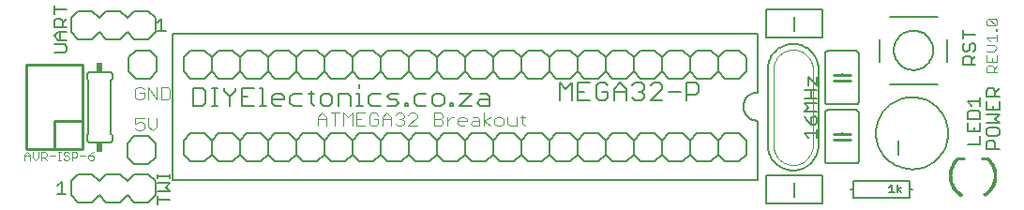
<source format=gto>
G75*
G70*
%OFA0B0*%
%FSLAX24Y24*%
%IPPOS*%
%LPD*%
%AMOC8*
5,1,8,0,0,1.08239X$1,22.5*
%
%ADD10C,0.0060*%
%ADD11C,0.0040*%
%ADD12C,0.0030*%
%ADD13C,0.0070*%
%ADD14R,0.0240X0.0340*%
%ADD15C,0.0080*%
%ADD16C,0.0050*%
%ADD17C,0.0100*%
%ADD18C,0.0010*%
%ADD19C,0.0020*%
D10*
X001860Y000760D02*
X002110Y000510D01*
X002610Y000510D01*
X002860Y000760D01*
X003110Y000510D01*
X003610Y000510D01*
X003860Y000760D01*
X004110Y000510D01*
X004610Y000510D01*
X004860Y000760D01*
X004860Y001260D01*
X004610Y001510D01*
X004110Y001510D01*
X003860Y001260D01*
X003610Y001510D01*
X003110Y001510D01*
X002860Y001260D01*
X002610Y001510D01*
X002110Y001510D01*
X001860Y001260D01*
X001860Y000760D01*
X005460Y001310D02*
X026260Y001310D01*
X026260Y003410D01*
X025610Y002960D02*
X025110Y002960D01*
X024860Y002710D01*
X024860Y002210D01*
X025110Y001960D01*
X025610Y001960D01*
X025860Y002210D01*
X025860Y002710D01*
X025610Y002960D01*
X024860Y002710D02*
X024610Y002960D01*
X024110Y002960D01*
X023860Y002710D01*
X023860Y002210D01*
X024110Y001960D01*
X024610Y001960D01*
X024860Y002210D01*
X023860Y002210D02*
X023610Y001960D01*
X023110Y001960D01*
X022860Y002210D01*
X022610Y001960D01*
X022110Y001960D01*
X021860Y002210D01*
X021610Y001960D01*
X021110Y001960D01*
X020860Y002210D01*
X020610Y001960D01*
X020110Y001960D01*
X019860Y002210D01*
X019610Y001960D01*
X019110Y001960D01*
X018860Y002210D01*
X018610Y001960D01*
X018110Y001960D01*
X017860Y002210D01*
X017610Y001960D01*
X017110Y001960D01*
X016860Y002210D01*
X016610Y001960D01*
X016110Y001960D01*
X015860Y002210D01*
X015610Y001960D01*
X015110Y001960D01*
X014860Y002210D01*
X014610Y001960D01*
X014110Y001960D01*
X013860Y002210D01*
X013610Y001960D01*
X013110Y001960D01*
X012860Y002210D01*
X012610Y001960D01*
X012110Y001960D01*
X011860Y002210D01*
X011610Y001960D01*
X011110Y001960D01*
X010860Y002210D01*
X010610Y001960D01*
X010110Y001960D01*
X009860Y002210D01*
X009610Y001960D01*
X009110Y001960D01*
X008860Y002210D01*
X008610Y001960D01*
X008110Y001960D01*
X007860Y002210D01*
X007610Y001960D01*
X007110Y001960D01*
X006860Y002210D01*
X006610Y001960D01*
X006110Y001960D01*
X005860Y002210D01*
X005860Y002710D01*
X006110Y002960D01*
X006610Y002960D01*
X006860Y002710D01*
X007110Y002960D01*
X007610Y002960D01*
X007860Y002710D01*
X007860Y002210D01*
X006860Y002210D02*
X006860Y002710D01*
X007860Y002710D02*
X008110Y002960D01*
X008610Y002960D01*
X008860Y002710D01*
X009110Y002960D01*
X009610Y002960D01*
X009860Y002710D01*
X010110Y002960D01*
X010610Y002960D01*
X010860Y002710D01*
X010860Y002210D01*
X009860Y002210D02*
X009860Y002710D01*
X008860Y002710D02*
X008860Y002210D01*
X010860Y002710D02*
X011110Y002960D01*
X011610Y002960D01*
X011860Y002710D01*
X012110Y002960D01*
X012610Y002960D01*
X012860Y002710D01*
X013110Y002960D01*
X013610Y002960D01*
X013860Y002710D01*
X013860Y002210D01*
X012860Y002210D02*
X012860Y002710D01*
X011860Y002710D02*
X011860Y002210D01*
X013860Y002710D02*
X014110Y002960D01*
X014610Y002960D01*
X014860Y002710D01*
X015110Y002960D01*
X015610Y002960D01*
X015860Y002710D01*
X016110Y002960D01*
X016610Y002960D01*
X016860Y002710D01*
X016860Y002210D01*
X015860Y002210D02*
X015860Y002710D01*
X014860Y002710D02*
X014860Y002210D01*
X016860Y002710D02*
X017110Y002960D01*
X017610Y002960D01*
X017860Y002710D01*
X018110Y002960D01*
X018610Y002960D01*
X018860Y002710D01*
X019110Y002960D01*
X019610Y002960D01*
X019860Y002710D01*
X019860Y002210D01*
X018860Y002210D02*
X018860Y002710D01*
X017860Y002710D02*
X017860Y002210D01*
X019860Y002710D02*
X020110Y002960D01*
X020610Y002960D01*
X020860Y002710D01*
X021110Y002960D01*
X021610Y002960D01*
X021860Y002710D01*
X022110Y002960D01*
X022610Y002960D01*
X022860Y002710D01*
X022860Y002210D01*
X021860Y002210D02*
X021860Y002710D01*
X020860Y002710D02*
X020860Y002210D01*
X022860Y002710D02*
X023110Y002960D01*
X023610Y002960D01*
X023860Y002710D01*
X026635Y002535D02*
X026635Y005235D01*
X025860Y005160D02*
X025610Y004910D01*
X025110Y004910D01*
X024860Y005160D01*
X024610Y004910D01*
X024110Y004910D01*
X023860Y005160D01*
X023860Y005660D01*
X024110Y005910D01*
X024610Y005910D01*
X024860Y005660D01*
X025110Y005910D01*
X025610Y005910D01*
X025860Y005660D01*
X025860Y005160D01*
X024860Y005160D02*
X024860Y005660D01*
X023860Y005660D02*
X023610Y005910D01*
X023110Y005910D01*
X022860Y005660D01*
X022610Y005910D01*
X022110Y005910D01*
X021860Y005660D01*
X021610Y005910D01*
X021110Y005910D01*
X020860Y005660D01*
X020860Y005160D01*
X021110Y004910D01*
X021610Y004910D01*
X021860Y005160D01*
X021860Y005660D01*
X020860Y005660D02*
X020610Y005910D01*
X020110Y005910D01*
X019860Y005660D01*
X019610Y005910D01*
X019110Y005910D01*
X018860Y005660D01*
X018610Y005910D01*
X018110Y005910D01*
X017860Y005660D01*
X017860Y005160D01*
X018110Y004910D01*
X018610Y004910D01*
X018860Y005160D01*
X018860Y005660D01*
X017860Y005660D02*
X017610Y005910D01*
X017110Y005910D01*
X016860Y005660D01*
X016610Y005910D01*
X016110Y005910D01*
X015860Y005660D01*
X015610Y005910D01*
X015110Y005910D01*
X014860Y005660D01*
X014860Y005160D01*
X015110Y004910D01*
X015610Y004910D01*
X015860Y005160D01*
X015860Y005660D01*
X014860Y005660D02*
X014610Y005910D01*
X014110Y005910D01*
X013860Y005660D01*
X013610Y005910D01*
X013110Y005910D01*
X012860Y005660D01*
X012610Y005910D01*
X012110Y005910D01*
X011860Y005660D01*
X011860Y005160D01*
X012110Y004910D01*
X012610Y004910D01*
X012860Y005160D01*
X012860Y005660D01*
X011860Y005660D02*
X011610Y005910D01*
X011110Y005910D01*
X010860Y005660D01*
X010610Y005910D01*
X010110Y005910D01*
X009860Y005660D01*
X009610Y005910D01*
X009110Y005910D01*
X008860Y005660D01*
X008860Y005160D01*
X009110Y004910D01*
X009610Y004910D01*
X009860Y005160D01*
X009860Y005660D01*
X008860Y005660D02*
X008610Y005910D01*
X008110Y005910D01*
X007860Y005660D01*
X007610Y005910D01*
X007110Y005910D01*
X006860Y005660D01*
X006610Y005910D01*
X006110Y005910D01*
X005860Y005660D01*
X005860Y005160D01*
X006110Y004910D01*
X006610Y004910D01*
X006860Y005160D01*
X006860Y005660D01*
X007860Y005660D02*
X007860Y005160D01*
X007610Y004910D01*
X007110Y004910D01*
X006860Y005160D01*
X007860Y005160D02*
X008110Y004910D01*
X008610Y004910D01*
X008860Y005160D01*
X009860Y005160D02*
X010110Y004910D01*
X010610Y004910D01*
X010860Y005160D01*
X010860Y005660D01*
X010860Y005160D02*
X011110Y004910D01*
X011610Y004910D01*
X011860Y005160D01*
X012860Y005160D02*
X013110Y004910D01*
X013610Y004910D01*
X013860Y005160D01*
X013860Y005660D01*
X013860Y005160D02*
X014110Y004910D01*
X014610Y004910D01*
X014860Y005160D01*
X015860Y005160D02*
X016110Y004910D01*
X016610Y004910D01*
X016860Y005160D01*
X016860Y005660D01*
X016860Y005160D02*
X017110Y004910D01*
X017610Y004910D01*
X017860Y005160D01*
X018860Y005160D02*
X019110Y004910D01*
X019610Y004910D01*
X019860Y005160D01*
X019860Y005660D01*
X019860Y005160D02*
X020110Y004910D01*
X020610Y004910D01*
X020860Y005160D01*
X021860Y005160D02*
X022110Y004910D01*
X022610Y004910D01*
X022860Y005160D01*
X022860Y005660D01*
X022860Y005160D02*
X023110Y004910D01*
X023610Y004910D01*
X023860Y005160D01*
X026260Y004410D02*
X026260Y006510D01*
X005460Y006510D01*
X005460Y001310D01*
X004860Y002110D02*
X004610Y001860D01*
X004110Y001860D01*
X003860Y002110D01*
X003860Y002610D01*
X004110Y002860D01*
X004610Y002860D01*
X004860Y002610D01*
X004860Y002110D01*
X003235Y002640D02*
X002535Y002640D01*
X002518Y002642D01*
X002501Y002646D01*
X002485Y002653D01*
X002471Y002663D01*
X002458Y002676D01*
X002448Y002690D01*
X002441Y002706D01*
X002437Y002723D01*
X002435Y002740D01*
X002435Y002890D01*
X002485Y002940D01*
X002485Y004840D01*
X002435Y004890D01*
X002435Y005040D01*
X002437Y005057D01*
X002441Y005074D01*
X002448Y005090D01*
X002458Y005104D01*
X002471Y005117D01*
X002485Y005127D01*
X002501Y005134D01*
X002518Y005138D01*
X002535Y005140D01*
X003235Y005140D01*
X003252Y005138D01*
X003269Y005134D01*
X003285Y005127D01*
X003299Y005117D01*
X003312Y005104D01*
X003322Y005090D01*
X003329Y005074D01*
X003333Y005057D01*
X003335Y005040D01*
X003335Y004890D01*
X003285Y004840D01*
X003285Y002940D01*
X003335Y002890D01*
X003335Y002740D01*
X003333Y002723D01*
X003329Y002706D01*
X003322Y002690D01*
X003312Y002676D01*
X003299Y002663D01*
X003285Y002653D01*
X003269Y002646D01*
X003252Y002642D01*
X003235Y002640D01*
X006215Y003940D02*
X006536Y003940D01*
X006642Y004047D01*
X006642Y004474D01*
X006536Y004581D01*
X006215Y004581D01*
X006215Y003940D01*
X006860Y003940D02*
X007073Y003940D01*
X006967Y003940D02*
X006967Y004581D01*
X007073Y004581D02*
X006860Y004581D01*
X007290Y004581D02*
X007290Y004474D01*
X007503Y004260D01*
X007503Y003940D01*
X007934Y003940D02*
X008361Y003940D01*
X008579Y003940D02*
X008792Y003940D01*
X008685Y003940D02*
X008685Y004581D01*
X008579Y004581D01*
X008361Y004581D02*
X007934Y004581D01*
X007934Y003940D01*
X009008Y004047D02*
X009115Y003940D01*
X009329Y003940D01*
X009008Y004047D02*
X009008Y004260D01*
X009115Y004367D01*
X009329Y004367D01*
X009435Y004260D01*
X009435Y004154D01*
X009008Y004154D01*
X009653Y004260D02*
X009653Y004047D01*
X009760Y003940D01*
X010080Y003940D01*
X010404Y004047D02*
X010511Y003940D01*
X010404Y004047D02*
X010404Y004474D01*
X010297Y004367D02*
X010511Y004367D01*
X010727Y004260D02*
X010834Y004367D01*
X011047Y004367D01*
X011154Y004260D01*
X011154Y004047D01*
X011047Y003940D01*
X010834Y003940D01*
X010727Y004047D01*
X010727Y004260D01*
X011372Y004367D02*
X011692Y004367D01*
X011799Y004260D01*
X011799Y003940D01*
X012016Y003940D02*
X012230Y003940D01*
X012123Y003940D02*
X012123Y004367D01*
X012016Y004367D01*
X012446Y004260D02*
X012553Y004367D01*
X012873Y004367D01*
X013091Y004260D02*
X013197Y004367D01*
X013518Y004367D01*
X013197Y004154D02*
X013091Y004260D01*
X013197Y004154D02*
X013411Y004154D01*
X013518Y004047D01*
X013411Y003940D01*
X013091Y003940D01*
X012873Y003940D02*
X012553Y003940D01*
X012446Y004047D01*
X012446Y004260D01*
X011372Y004367D02*
X011372Y003940D01*
X009760Y004367D02*
X009653Y004260D01*
X009760Y004367D02*
X010080Y004367D01*
X008148Y004260D02*
X007934Y004260D01*
X007717Y004474D02*
X007503Y004260D01*
X007717Y004474D02*
X007717Y004581D01*
X004910Y005160D02*
X004660Y004910D01*
X004160Y004910D01*
X003910Y005160D01*
X003910Y005660D01*
X004160Y005910D01*
X004660Y005910D01*
X004910Y005660D01*
X004910Y005160D01*
X004610Y006310D02*
X004110Y006310D01*
X003860Y006560D01*
X003610Y006310D01*
X003110Y006310D01*
X002860Y006560D01*
X002610Y006310D01*
X002110Y006310D01*
X001860Y006560D01*
X001860Y007060D01*
X002110Y007310D01*
X002610Y007310D01*
X002860Y007060D01*
X003110Y007310D01*
X003610Y007310D01*
X003860Y007060D01*
X004110Y007310D01*
X004610Y007310D01*
X004860Y007060D01*
X004860Y006560D01*
X004610Y006310D01*
X012123Y004687D02*
X012123Y004581D01*
X014057Y004260D02*
X014057Y004047D01*
X014164Y003940D01*
X014484Y003940D01*
X014702Y004047D02*
X014809Y003940D01*
X015022Y003940D01*
X015129Y004047D01*
X015129Y004260D01*
X015022Y004367D01*
X014809Y004367D01*
X014702Y004260D01*
X014702Y004047D01*
X014164Y004367D02*
X014057Y004260D01*
X014164Y004367D02*
X014484Y004367D01*
X015669Y004367D02*
X016096Y004367D01*
X015669Y003940D01*
X016096Y003940D01*
X016313Y004047D02*
X016420Y004154D01*
X016740Y004154D01*
X016740Y004260D02*
X016740Y003940D01*
X016420Y003940D01*
X016313Y004047D01*
X016634Y004367D02*
X016740Y004260D01*
X016634Y004367D02*
X016420Y004367D01*
X015453Y004047D02*
X015453Y003940D01*
X015346Y003940D01*
X015346Y004047D01*
X015453Y004047D01*
X013842Y004047D02*
X013842Y003940D01*
X013735Y003940D01*
X013735Y004047D01*
X013842Y004047D01*
X026260Y004410D02*
X026216Y004408D01*
X026173Y004402D01*
X026131Y004393D01*
X026089Y004380D01*
X026049Y004363D01*
X026010Y004343D01*
X025973Y004320D01*
X025939Y004293D01*
X025906Y004264D01*
X025877Y004231D01*
X025850Y004197D01*
X025827Y004160D01*
X025807Y004121D01*
X025790Y004081D01*
X025777Y004039D01*
X025768Y003997D01*
X025762Y003954D01*
X025760Y003910D01*
X025762Y003866D01*
X025768Y003823D01*
X025777Y003781D01*
X025790Y003739D01*
X025807Y003699D01*
X025827Y003660D01*
X025850Y003623D01*
X025877Y003589D01*
X025906Y003556D01*
X025939Y003527D01*
X025973Y003500D01*
X026010Y003477D01*
X026049Y003457D01*
X026089Y003440D01*
X026131Y003427D01*
X026173Y003418D01*
X026216Y003412D01*
X026260Y003410D01*
X028660Y003685D02*
X028660Y001985D01*
X028662Y001968D01*
X028666Y001951D01*
X028673Y001935D01*
X028683Y001921D01*
X028696Y001908D01*
X028710Y001898D01*
X028726Y001891D01*
X028743Y001887D01*
X028760Y001885D01*
X029760Y001885D01*
X029777Y001887D01*
X029794Y001891D01*
X029810Y001898D01*
X029824Y001908D01*
X029837Y001921D01*
X029847Y001935D01*
X029854Y001951D01*
X029858Y001968D01*
X029860Y001985D01*
X029860Y003685D01*
X029858Y003702D01*
X029854Y003719D01*
X029847Y003735D01*
X029837Y003749D01*
X029824Y003762D01*
X029810Y003772D01*
X029794Y003779D01*
X029777Y003783D01*
X029760Y003785D01*
X028760Y003785D01*
X028743Y003783D01*
X028726Y003779D01*
X028710Y003772D01*
X028696Y003762D01*
X028683Y003749D01*
X028673Y003735D01*
X028666Y003719D01*
X028662Y003702D01*
X028660Y003685D01*
X028760Y003985D02*
X029760Y003985D01*
X029777Y003987D01*
X029794Y003991D01*
X029810Y003998D01*
X029824Y004008D01*
X029837Y004021D01*
X029847Y004035D01*
X029854Y004051D01*
X029858Y004068D01*
X029860Y004085D01*
X029860Y005785D01*
X029858Y005802D01*
X029854Y005819D01*
X029847Y005835D01*
X029837Y005849D01*
X029824Y005862D01*
X029810Y005872D01*
X029794Y005879D01*
X029777Y005883D01*
X029760Y005885D01*
X028760Y005885D01*
X028743Y005883D01*
X028726Y005879D01*
X028710Y005872D01*
X028696Y005862D01*
X028683Y005849D01*
X028673Y005835D01*
X028666Y005819D01*
X028662Y005802D01*
X028660Y005785D01*
X028660Y004085D01*
X028662Y004068D01*
X028666Y004051D01*
X028673Y004035D01*
X028683Y004021D01*
X028696Y004008D01*
X028710Y003998D01*
X028726Y003991D01*
X028743Y003987D01*
X028760Y003985D01*
X029260Y004785D02*
X029260Y004835D01*
X029260Y005035D02*
X029260Y005085D01*
X028435Y005235D02*
X028435Y002535D01*
X029260Y002685D02*
X029260Y002735D01*
X029260Y002935D02*
X029260Y002985D01*
X028435Y002535D02*
X028433Y002476D01*
X028427Y002418D01*
X028418Y002359D01*
X028404Y002302D01*
X028387Y002246D01*
X028366Y002191D01*
X028342Y002137D01*
X028314Y002085D01*
X028283Y002035D01*
X028249Y001987D01*
X028212Y001942D01*
X028171Y001899D01*
X028128Y001858D01*
X028083Y001821D01*
X028035Y001787D01*
X027985Y001756D01*
X027933Y001728D01*
X027879Y001704D01*
X027824Y001683D01*
X027768Y001666D01*
X027711Y001652D01*
X027652Y001643D01*
X027594Y001637D01*
X027535Y001635D01*
X027476Y001637D01*
X027418Y001643D01*
X027359Y001652D01*
X027302Y001666D01*
X027246Y001683D01*
X027191Y001704D01*
X027137Y001728D01*
X027085Y001756D01*
X027035Y001787D01*
X026987Y001821D01*
X026942Y001858D01*
X026899Y001899D01*
X026858Y001942D01*
X026821Y001987D01*
X026787Y002035D01*
X026756Y002085D01*
X026728Y002137D01*
X026704Y002191D01*
X026683Y002246D01*
X026666Y002302D01*
X026652Y002359D01*
X026643Y002418D01*
X026637Y002476D01*
X026635Y002535D01*
X026635Y005235D02*
X026637Y005294D01*
X026643Y005352D01*
X026652Y005411D01*
X026666Y005468D01*
X026683Y005524D01*
X026704Y005579D01*
X026728Y005633D01*
X026756Y005685D01*
X026787Y005735D01*
X026821Y005783D01*
X026858Y005828D01*
X026899Y005871D01*
X026942Y005912D01*
X026987Y005949D01*
X027035Y005983D01*
X027085Y006014D01*
X027137Y006042D01*
X027191Y006066D01*
X027246Y006087D01*
X027302Y006104D01*
X027359Y006118D01*
X027418Y006127D01*
X027476Y006133D01*
X027535Y006135D01*
X027594Y006133D01*
X027652Y006127D01*
X027711Y006118D01*
X027768Y006104D01*
X027824Y006087D01*
X027879Y006066D01*
X027933Y006042D01*
X027985Y006014D01*
X028035Y005983D01*
X028083Y005949D01*
X028128Y005912D01*
X028171Y005871D01*
X028212Y005828D01*
X028249Y005783D01*
X028283Y005735D01*
X028314Y005685D01*
X028342Y005633D01*
X028366Y005579D01*
X028387Y005524D01*
X028404Y005468D01*
X028418Y005411D01*
X028427Y005352D01*
X028433Y005294D01*
X028435Y005235D01*
D11*
X017997Y003537D02*
X017843Y003537D01*
X017920Y003614D02*
X017920Y003307D01*
X017997Y003230D01*
X017690Y003230D02*
X017690Y003537D01*
X017383Y003537D02*
X017383Y003307D01*
X017459Y003230D01*
X017690Y003230D01*
X017229Y003307D02*
X017153Y003230D01*
X016999Y003230D01*
X016922Y003307D01*
X016922Y003460D01*
X016999Y003537D01*
X017153Y003537D01*
X017229Y003460D01*
X017229Y003307D01*
X016769Y003230D02*
X016539Y003383D01*
X016769Y003537D01*
X016385Y003460D02*
X016385Y003230D01*
X016155Y003230D01*
X016078Y003307D01*
X016155Y003383D01*
X016385Y003383D01*
X016385Y003460D02*
X016308Y003537D01*
X016155Y003537D01*
X015925Y003460D02*
X015925Y003383D01*
X015618Y003383D01*
X015618Y003307D02*
X015618Y003460D01*
X015695Y003537D01*
X015848Y003537D01*
X015925Y003460D01*
X015695Y003230D02*
X015618Y003307D01*
X015695Y003230D02*
X015848Y003230D01*
X015234Y003230D02*
X015234Y003537D01*
X015081Y003537D02*
X015004Y003460D01*
X014774Y003460D01*
X015004Y003460D02*
X015081Y003383D01*
X015081Y003307D01*
X015004Y003230D01*
X014774Y003230D01*
X014774Y003690D01*
X015004Y003690D01*
X015081Y003614D01*
X015081Y003537D01*
X015234Y003383D02*
X015388Y003537D01*
X015464Y003537D01*
X016539Y003690D02*
X016539Y003230D01*
X014160Y003230D02*
X013853Y003230D01*
X014160Y003537D01*
X014160Y003614D01*
X014083Y003690D01*
X013930Y003690D01*
X013853Y003614D01*
X013700Y003614D02*
X013700Y003537D01*
X013623Y003460D01*
X013700Y003383D01*
X013700Y003307D01*
X013623Y003230D01*
X013469Y003230D01*
X013393Y003307D01*
X013239Y003230D02*
X013239Y003537D01*
X013086Y003690D01*
X012932Y003537D01*
X012932Y003230D01*
X012779Y003307D02*
X012779Y003460D01*
X012625Y003460D01*
X012932Y003460D02*
X013239Y003460D01*
X013546Y003460D02*
X013623Y003460D01*
X013700Y003614D02*
X013623Y003690D01*
X013469Y003690D01*
X013393Y003614D01*
X012779Y003614D02*
X012702Y003690D01*
X012549Y003690D01*
X012472Y003614D01*
X012472Y003307D01*
X012549Y003230D01*
X012702Y003230D01*
X012779Y003307D01*
X012318Y003230D02*
X012011Y003230D01*
X012011Y003690D01*
X012318Y003690D01*
X011858Y003690D02*
X011858Y003230D01*
X011551Y003230D02*
X011551Y003690D01*
X011705Y003537D01*
X011858Y003690D01*
X011398Y003690D02*
X011091Y003690D01*
X011244Y003690D02*
X011244Y003230D01*
X010937Y003230D02*
X010937Y003537D01*
X010784Y003690D01*
X010630Y003537D01*
X010630Y003230D01*
X010630Y003460D02*
X010937Y003460D01*
X012011Y003460D02*
X012165Y003460D01*
X005383Y004232D02*
X005306Y004155D01*
X005076Y004155D01*
X005076Y004615D01*
X005306Y004615D01*
X005383Y004539D01*
X005383Y004232D01*
X004923Y004155D02*
X004923Y004615D01*
X004616Y004615D02*
X004923Y004155D01*
X004616Y004155D02*
X004616Y004615D01*
X004462Y004539D02*
X004386Y004615D01*
X004232Y004615D01*
X004155Y004539D01*
X004155Y004232D01*
X004232Y004155D01*
X004386Y004155D01*
X004462Y004232D01*
X004462Y004385D01*
X004309Y004385D01*
X004462Y003515D02*
X004155Y003515D01*
X004155Y003285D01*
X004309Y003362D01*
X004386Y003362D01*
X004462Y003285D01*
X004462Y003132D01*
X004386Y003055D01*
X004232Y003055D01*
X004155Y003132D01*
X004616Y003208D02*
X004769Y003055D01*
X004923Y003208D01*
X004923Y003515D01*
X004616Y003515D02*
X004616Y003208D01*
D12*
X002674Y002295D02*
X002577Y002247D01*
X002481Y002150D01*
X002626Y002150D01*
X002674Y002102D01*
X002674Y002053D01*
X002626Y002005D01*
X002529Y002005D01*
X002481Y002053D01*
X002481Y002150D01*
X002380Y002150D02*
X002186Y002150D01*
X002085Y002150D02*
X002036Y002102D01*
X001891Y002102D01*
X001891Y002005D02*
X001891Y002295D01*
X002036Y002295D01*
X002085Y002247D01*
X002085Y002150D01*
X001790Y002102D02*
X001790Y002053D01*
X001742Y002005D01*
X001645Y002005D01*
X001597Y002053D01*
X001497Y002005D02*
X001400Y002005D01*
X001449Y002005D02*
X001449Y002295D01*
X001497Y002295D02*
X001400Y002295D01*
X001299Y002150D02*
X001106Y002150D01*
X001004Y002150D02*
X000956Y002102D01*
X000811Y002102D01*
X000908Y002102D02*
X001004Y002005D01*
X000811Y002005D02*
X000811Y002295D01*
X000956Y002295D01*
X001004Y002247D01*
X001004Y002150D01*
X000710Y002102D02*
X000710Y002295D01*
X000516Y002295D02*
X000516Y002102D01*
X000613Y002005D01*
X000710Y002102D01*
X000415Y002150D02*
X000222Y002150D01*
X000222Y002198D02*
X000318Y002295D01*
X000415Y002198D01*
X000415Y002005D01*
X000222Y002005D02*
X000222Y002198D01*
X001597Y002198D02*
X001645Y002150D01*
X001742Y002150D01*
X001790Y002102D01*
X001597Y002198D02*
X001597Y002247D01*
X001645Y002295D01*
X001742Y002295D01*
X001790Y002247D01*
X034415Y005125D02*
X034415Y005310D01*
X034477Y005372D01*
X034600Y005372D01*
X034662Y005310D01*
X034662Y005125D01*
X034785Y005125D02*
X034415Y005125D01*
X034662Y005248D02*
X034785Y005372D01*
X034785Y005493D02*
X034415Y005493D01*
X034415Y005740D01*
X034415Y005862D02*
X034662Y005862D01*
X034785Y005985D01*
X034662Y006109D01*
X034415Y006109D01*
X034538Y006230D02*
X034415Y006353D01*
X034785Y006353D01*
X034785Y006230D02*
X034785Y006477D01*
X034785Y006598D02*
X034785Y006660D01*
X034724Y006660D01*
X034724Y006598D01*
X034785Y006598D01*
X034724Y006782D02*
X034477Y006782D01*
X034415Y006844D01*
X034415Y006968D01*
X034477Y007029D01*
X034724Y006782D01*
X034785Y006844D01*
X034785Y006968D01*
X034724Y007029D01*
X034477Y007029D01*
X034785Y005740D02*
X034785Y005493D01*
X034600Y005493D02*
X034600Y005617D01*
D13*
X024171Y004650D02*
X024171Y004440D01*
X024066Y004335D01*
X023751Y004335D01*
X023527Y004440D02*
X023106Y004440D01*
X022882Y004545D02*
X022882Y004650D01*
X022777Y004756D01*
X022567Y004756D01*
X022462Y004650D01*
X022237Y004650D02*
X022237Y004545D01*
X022132Y004440D01*
X022237Y004335D01*
X022237Y004230D01*
X022132Y004125D01*
X021922Y004125D01*
X021817Y004230D01*
X021593Y004125D02*
X021593Y004545D01*
X021383Y004756D01*
X021173Y004545D01*
X021173Y004125D01*
X020948Y004230D02*
X020843Y004125D01*
X020633Y004125D01*
X020528Y004230D01*
X020528Y004650D01*
X020633Y004756D01*
X020843Y004756D01*
X020948Y004650D01*
X020304Y004756D02*
X019883Y004756D01*
X019883Y004125D01*
X020304Y004125D01*
X019659Y004125D02*
X019659Y004756D01*
X019449Y004545D01*
X019239Y004756D01*
X019239Y004125D01*
X019883Y004440D02*
X020094Y004440D01*
X020738Y004440D02*
X020948Y004440D01*
X020948Y004230D01*
X021173Y004440D02*
X021593Y004440D01*
X022027Y004440D02*
X022132Y004440D01*
X022462Y004125D02*
X022882Y004545D01*
X022237Y004650D02*
X022132Y004756D01*
X021922Y004756D01*
X021817Y004650D01*
X023751Y004756D02*
X024066Y004756D01*
X024171Y004650D01*
X023751Y004756D02*
X023751Y004125D01*
X022882Y004125D02*
X022462Y004125D01*
D14*
X002885Y005310D03*
X002885Y002470D03*
D15*
X026560Y001460D02*
X026560Y000460D01*
X028560Y000460D01*
X028560Y001460D01*
X026560Y001460D01*
X027560Y001210D02*
X027560Y000710D01*
X029560Y000960D02*
X029660Y000960D01*
X029660Y001260D01*
X031660Y001260D01*
X031660Y000960D01*
X031760Y000960D01*
X031660Y000960D02*
X031660Y000660D01*
X029660Y000660D01*
X029660Y000960D01*
X031260Y002210D02*
X031260Y002710D01*
X030480Y002960D02*
X030482Y003031D01*
X030488Y003102D01*
X030498Y003173D01*
X030512Y003242D01*
X030529Y003311D01*
X030551Y003379D01*
X030576Y003446D01*
X030605Y003511D01*
X030637Y003574D01*
X030673Y003636D01*
X030712Y003695D01*
X030755Y003752D01*
X030800Y003807D01*
X030849Y003859D01*
X030900Y003908D01*
X030954Y003954D01*
X031011Y003998D01*
X031069Y004038D01*
X031130Y004074D01*
X031193Y004108D01*
X031258Y004137D01*
X031324Y004163D01*
X031392Y004186D01*
X031460Y004204D01*
X031530Y004219D01*
X031600Y004230D01*
X031671Y004237D01*
X031742Y004240D01*
X031813Y004239D01*
X031884Y004234D01*
X031955Y004225D01*
X032025Y004212D01*
X032094Y004196D01*
X032162Y004175D01*
X032229Y004151D01*
X032295Y004123D01*
X032358Y004091D01*
X032420Y004056D01*
X032480Y004018D01*
X032538Y003976D01*
X032593Y003932D01*
X032646Y003884D01*
X032696Y003833D01*
X032743Y003780D01*
X032787Y003724D01*
X032828Y003666D01*
X032866Y003605D01*
X032900Y003543D01*
X032930Y003478D01*
X032957Y003413D01*
X032981Y003345D01*
X033000Y003277D01*
X033016Y003208D01*
X033028Y003137D01*
X033036Y003067D01*
X033040Y002996D01*
X033040Y002924D01*
X033036Y002853D01*
X033028Y002783D01*
X033016Y002712D01*
X033000Y002643D01*
X032981Y002575D01*
X032957Y002507D01*
X032930Y002442D01*
X032900Y002377D01*
X032866Y002315D01*
X032828Y002254D01*
X032787Y002196D01*
X032743Y002140D01*
X032696Y002087D01*
X032646Y002036D01*
X032593Y001988D01*
X032538Y001944D01*
X032480Y001902D01*
X032420Y001864D01*
X032358Y001829D01*
X032295Y001797D01*
X032229Y001769D01*
X032162Y001745D01*
X032094Y001724D01*
X032025Y001708D01*
X031955Y001695D01*
X031884Y001686D01*
X031813Y001681D01*
X031742Y001680D01*
X031671Y001683D01*
X031600Y001690D01*
X031530Y001701D01*
X031460Y001716D01*
X031392Y001734D01*
X031324Y001757D01*
X031258Y001783D01*
X031193Y001812D01*
X031130Y001846D01*
X031069Y001882D01*
X031011Y001922D01*
X030954Y001966D01*
X030900Y002012D01*
X030849Y002061D01*
X030800Y002113D01*
X030755Y002168D01*
X030712Y002225D01*
X030673Y002284D01*
X030637Y002346D01*
X030605Y002409D01*
X030576Y002474D01*
X030551Y002541D01*
X030529Y002609D01*
X030512Y002678D01*
X030498Y002747D01*
X030488Y002818D01*
X030482Y002889D01*
X030480Y002960D01*
X030960Y004710D02*
X032660Y004710D01*
X033010Y005510D02*
X033010Y006303D01*
X031110Y005910D02*
X031112Y005962D01*
X031118Y006014D01*
X031128Y006066D01*
X031141Y006116D01*
X031158Y006166D01*
X031179Y006214D01*
X031204Y006260D01*
X031232Y006304D01*
X031263Y006346D01*
X031297Y006386D01*
X031334Y006423D01*
X031374Y006457D01*
X031416Y006488D01*
X031460Y006516D01*
X031506Y006541D01*
X031554Y006562D01*
X031604Y006579D01*
X031654Y006592D01*
X031706Y006602D01*
X031758Y006608D01*
X031810Y006610D01*
X031862Y006608D01*
X031914Y006602D01*
X031966Y006592D01*
X032016Y006579D01*
X032066Y006562D01*
X032114Y006541D01*
X032160Y006516D01*
X032204Y006488D01*
X032246Y006457D01*
X032286Y006423D01*
X032323Y006386D01*
X032357Y006346D01*
X032388Y006304D01*
X032416Y006260D01*
X032441Y006214D01*
X032462Y006166D01*
X032479Y006116D01*
X032492Y006066D01*
X032502Y006014D01*
X032508Y005962D01*
X032510Y005910D01*
X032508Y005858D01*
X032502Y005806D01*
X032492Y005754D01*
X032479Y005704D01*
X032462Y005654D01*
X032441Y005606D01*
X032416Y005560D01*
X032388Y005516D01*
X032357Y005474D01*
X032323Y005434D01*
X032286Y005397D01*
X032246Y005363D01*
X032204Y005332D01*
X032160Y005304D01*
X032114Y005279D01*
X032066Y005258D01*
X032016Y005241D01*
X031966Y005228D01*
X031914Y005218D01*
X031862Y005212D01*
X031810Y005210D01*
X031758Y005212D01*
X031706Y005218D01*
X031654Y005228D01*
X031604Y005241D01*
X031554Y005258D01*
X031506Y005279D01*
X031460Y005304D01*
X031416Y005332D01*
X031374Y005363D01*
X031334Y005397D01*
X031297Y005434D01*
X031263Y005474D01*
X031232Y005516D01*
X031204Y005560D01*
X031179Y005606D01*
X031158Y005654D01*
X031141Y005704D01*
X031128Y005754D01*
X031118Y005806D01*
X031112Y005858D01*
X031110Y005910D01*
X030610Y005510D02*
X030610Y006315D01*
X028560Y006360D02*
X028560Y007360D01*
X026560Y007360D01*
X026560Y006360D01*
X028560Y006360D01*
X027560Y006610D02*
X027560Y007110D01*
X030960Y007110D02*
X032660Y007110D01*
D16*
X033565Y006631D02*
X033565Y006331D01*
X033565Y006481D02*
X034015Y006481D01*
X033940Y006171D02*
X033865Y006171D01*
X033790Y006096D01*
X033790Y005945D01*
X033715Y005870D01*
X033640Y005870D01*
X033565Y005945D01*
X033565Y006096D01*
X033640Y006171D01*
X033940Y006171D02*
X034015Y006096D01*
X034015Y005945D01*
X033940Y005870D01*
X034015Y005710D02*
X033865Y005560D01*
X033865Y005635D02*
X033865Y005410D01*
X034015Y005410D02*
X033565Y005410D01*
X033565Y005635D01*
X033640Y005710D01*
X033790Y005710D01*
X033865Y005635D01*
X034485Y004552D02*
X034635Y004552D01*
X034710Y004477D01*
X034710Y004252D01*
X034860Y004252D02*
X034410Y004252D01*
X034410Y004477D01*
X034485Y004552D01*
X034710Y004402D02*
X034860Y004552D01*
X034185Y004241D02*
X034185Y003941D01*
X033885Y003941D02*
X033735Y004091D01*
X034185Y004091D01*
X034410Y004091D02*
X034410Y003791D01*
X034860Y003791D01*
X034860Y004091D01*
X034635Y003941D02*
X034635Y003791D01*
X034860Y003631D02*
X034410Y003631D01*
X034185Y003706D02*
X034110Y003781D01*
X033810Y003781D01*
X033735Y003706D01*
X033735Y003481D01*
X034185Y003481D01*
X034185Y003706D01*
X034710Y003481D02*
X034860Y003631D01*
X034710Y003481D02*
X034860Y003331D01*
X034410Y003331D01*
X034185Y003321D02*
X034185Y003020D01*
X033735Y003020D01*
X033735Y003321D01*
X033960Y003171D02*
X033960Y003020D01*
X034410Y002945D02*
X034485Y002870D01*
X034785Y002870D01*
X034860Y002945D01*
X034860Y003096D01*
X034785Y003171D01*
X034485Y003171D01*
X034410Y003096D01*
X034410Y002945D01*
X034185Y002860D02*
X034185Y002560D01*
X033735Y002560D01*
X034410Y002635D02*
X034410Y002410D01*
X034860Y002410D01*
X034710Y002410D02*
X034710Y002635D01*
X034635Y002710D01*
X034485Y002710D01*
X034410Y002635D01*
X028385Y002810D02*
X028385Y003110D01*
X028385Y002960D02*
X027935Y002960D01*
X028085Y002810D01*
X028160Y003270D02*
X028160Y003496D01*
X028235Y003571D01*
X028310Y003571D01*
X028385Y003496D01*
X028385Y003345D01*
X028310Y003270D01*
X028160Y003270D01*
X028010Y003421D01*
X027935Y003571D01*
X027935Y003731D02*
X028085Y003881D01*
X027935Y004031D01*
X028385Y004031D01*
X028385Y004191D02*
X027935Y004191D01*
X028160Y004191D02*
X028160Y004491D01*
X027935Y004491D02*
X028385Y004491D01*
X028385Y004652D02*
X028385Y004952D01*
X028085Y004952D02*
X028385Y004652D01*
X028085Y004652D02*
X028085Y004952D01*
X027935Y003731D02*
X028385Y003731D01*
X031035Y001135D02*
X031035Y000865D01*
X030945Y000865D02*
X031125Y000865D01*
X031240Y000865D02*
X031240Y001135D01*
X031375Y001045D02*
X031240Y000955D01*
X031375Y000865D01*
X031035Y001135D02*
X030945Y001045D01*
X005385Y000895D02*
X005235Y001046D01*
X005385Y001196D01*
X004935Y001196D01*
X004935Y001356D02*
X004935Y001506D01*
X004935Y001431D02*
X005385Y001431D01*
X005385Y001356D02*
X005385Y001506D01*
X005385Y000895D02*
X004935Y000895D01*
X004935Y000735D02*
X004935Y000435D01*
X004935Y000585D02*
X005385Y000585D01*
X001686Y000785D02*
X001385Y000785D01*
X001535Y000785D02*
X001535Y001235D01*
X001385Y001085D01*
X001260Y005818D02*
X001635Y005818D01*
X001710Y005893D01*
X001710Y006044D01*
X001635Y006119D01*
X001260Y006119D01*
X001410Y006279D02*
X001260Y006429D01*
X001410Y006579D01*
X001710Y006579D01*
X001485Y006579D02*
X001485Y006279D01*
X001410Y006279D02*
X001710Y006279D01*
X001710Y006739D02*
X001260Y006739D01*
X001260Y006964D01*
X001335Y007039D01*
X001485Y007039D01*
X001560Y006964D01*
X001560Y006739D01*
X001560Y006889D02*
X001710Y007039D01*
X001260Y007200D02*
X001260Y007500D01*
X001260Y007350D02*
X001710Y007350D01*
X004925Y006885D02*
X005075Y007035D01*
X005075Y006585D01*
X004925Y006585D02*
X005225Y006585D01*
D17*
X002260Y005410D02*
X000260Y005410D01*
X000260Y002410D01*
X002260Y002410D01*
X002260Y005410D01*
X002260Y003410D02*
X001260Y003410D01*
X001260Y002410D01*
X028960Y002735D02*
X029260Y002735D01*
X029560Y002735D01*
X029560Y002935D02*
X029260Y002935D01*
X028960Y002935D01*
X033400Y002080D02*
X033600Y002080D01*
X034240Y002080D02*
X034420Y002080D01*
X029560Y004835D02*
X029260Y004835D01*
X028960Y004835D01*
X028960Y005035D02*
X029260Y005035D01*
X029560Y005035D01*
D18*
X033066Y001455D02*
X033156Y001455D01*
X033155Y001455D02*
X033157Y001401D01*
X033163Y001348D01*
X033173Y001295D01*
X033187Y001243D01*
X033204Y001192D01*
X033225Y001143D01*
X033249Y001095D01*
X033277Y001049D01*
X033308Y001005D01*
X033342Y000963D01*
X033378Y000924D01*
X033418Y000887D01*
X033460Y000854D01*
X033504Y000823D01*
X033550Y000796D01*
X033508Y000717D01*
X033459Y000745D01*
X033413Y000777D01*
X033368Y000812D01*
X033326Y000849D01*
X033286Y000890D01*
X033250Y000933D01*
X033216Y000978D01*
X033185Y001025D01*
X033158Y001075D01*
X033134Y001126D01*
X033113Y001178D01*
X033096Y001232D01*
X033083Y001287D01*
X033073Y001342D01*
X033067Y001399D01*
X033065Y001455D01*
X033074Y001455D01*
X033076Y001399D01*
X033082Y001344D01*
X033092Y001289D01*
X033105Y001234D01*
X033122Y001181D01*
X033142Y001129D01*
X033166Y001079D01*
X033193Y001030D01*
X033223Y000983D01*
X033257Y000938D01*
X033293Y000896D01*
X033332Y000856D01*
X033374Y000819D01*
X033418Y000784D01*
X033464Y000753D01*
X033512Y000725D01*
X033516Y000733D01*
X033469Y000761D01*
X033423Y000792D01*
X033380Y000826D01*
X033338Y000862D01*
X033300Y000902D01*
X033264Y000944D01*
X033231Y000988D01*
X033201Y001034D01*
X033174Y001083D01*
X033151Y001133D01*
X033130Y001184D01*
X033114Y001237D01*
X033101Y001290D01*
X033091Y001345D01*
X033085Y001400D01*
X033083Y001455D01*
X033092Y001455D01*
X033094Y001400D01*
X033100Y001346D01*
X033109Y001292D01*
X033122Y001239D01*
X033139Y001187D01*
X033159Y001136D01*
X033182Y001087D01*
X033209Y001039D01*
X033238Y000993D01*
X033271Y000949D01*
X033306Y000908D01*
X033345Y000869D01*
X033385Y000832D01*
X033428Y000799D01*
X033474Y000768D01*
X033521Y000741D01*
X033525Y000749D01*
X033478Y000776D01*
X033434Y000806D01*
X033391Y000839D01*
X033351Y000875D01*
X033313Y000914D01*
X033278Y000955D01*
X033246Y000998D01*
X033216Y001044D01*
X033190Y001091D01*
X033167Y001140D01*
X033147Y001190D01*
X033131Y001242D01*
X033118Y001294D01*
X033109Y001347D01*
X033103Y001401D01*
X033101Y001455D01*
X033110Y001455D01*
X033112Y001402D01*
X033118Y001349D01*
X033127Y001296D01*
X033140Y001244D01*
X033156Y001193D01*
X033175Y001143D01*
X033198Y001095D01*
X033224Y001048D01*
X033253Y001004D01*
X033285Y000961D01*
X033320Y000920D01*
X033357Y000882D01*
X033397Y000846D01*
X033439Y000813D01*
X033483Y000783D01*
X033529Y000756D01*
X033533Y000764D01*
X033488Y000791D01*
X033444Y000821D01*
X033403Y000853D01*
X033363Y000888D01*
X033326Y000926D01*
X033292Y000966D01*
X033260Y001009D01*
X033232Y001053D01*
X033206Y001099D01*
X033184Y001147D01*
X033164Y001196D01*
X033148Y001246D01*
X033136Y001298D01*
X033127Y001350D01*
X033121Y001402D01*
X033119Y001455D01*
X033128Y001455D01*
X033130Y001399D01*
X033137Y001344D01*
X033147Y001289D01*
X033161Y001235D01*
X033179Y001183D01*
X033200Y001131D01*
X033226Y001082D01*
X033254Y001034D01*
X033286Y000988D01*
X033321Y000945D01*
X033359Y000905D01*
X033400Y000867D01*
X033444Y000832D01*
X033490Y000801D01*
X033538Y000772D01*
X033542Y000780D01*
X033494Y000808D01*
X033449Y000839D01*
X033406Y000874D01*
X033366Y000911D01*
X033328Y000951D01*
X033293Y000994D01*
X033262Y001039D01*
X033233Y001086D01*
X033209Y001135D01*
X033187Y001186D01*
X033170Y001238D01*
X033156Y001291D01*
X033146Y001345D01*
X033139Y001400D01*
X033137Y001455D01*
X033146Y001455D01*
X033148Y001401D01*
X033154Y001347D01*
X033164Y001293D01*
X033178Y001241D01*
X033196Y001189D01*
X033217Y001139D01*
X033241Y001090D01*
X033269Y001044D01*
X033301Y000999D01*
X033335Y000957D01*
X033372Y000918D01*
X033412Y000881D01*
X033454Y000847D01*
X033499Y000816D01*
X033546Y000788D01*
X034333Y000729D02*
X034288Y000807D01*
X034289Y000807D02*
X034333Y000835D01*
X034375Y000866D01*
X034415Y000899D01*
X034453Y000935D01*
X034488Y000974D01*
X034520Y001015D01*
X034550Y001059D01*
X034576Y001104D01*
X034599Y001151D01*
X034619Y001199D01*
X034635Y001249D01*
X034648Y001299D01*
X034657Y001351D01*
X034663Y001403D01*
X034665Y001455D01*
X034754Y001456D01*
X034755Y001455D01*
X034753Y001400D01*
X034747Y001346D01*
X034738Y001291D01*
X034725Y001238D01*
X034709Y001186D01*
X034690Y001134D01*
X034667Y001084D01*
X034641Y001036D01*
X034612Y000989D01*
X034580Y000945D01*
X034545Y000902D01*
X034507Y000862D01*
X034467Y000825D01*
X034425Y000790D01*
X034380Y000758D01*
X034334Y000729D01*
X034329Y000737D01*
X034375Y000765D01*
X034419Y000797D01*
X034461Y000832D01*
X034501Y000869D01*
X034538Y000908D01*
X034573Y000950D01*
X034604Y000994D01*
X034633Y001040D01*
X034659Y001088D01*
X034681Y001138D01*
X034701Y001188D01*
X034717Y001240D01*
X034729Y001293D01*
X034738Y001347D01*
X034744Y001401D01*
X034746Y001455D01*
X034737Y001455D01*
X034735Y001401D01*
X034729Y001348D01*
X034720Y001295D01*
X034708Y001243D01*
X034692Y001191D01*
X034673Y001141D01*
X034651Y001092D01*
X034625Y001045D01*
X034597Y000999D01*
X034565Y000956D01*
X034531Y000914D01*
X034495Y000875D01*
X034455Y000838D01*
X034414Y000804D01*
X034370Y000773D01*
X034325Y000744D01*
X034320Y000752D01*
X034368Y000782D01*
X034414Y000816D01*
X034457Y000852D01*
X034498Y000892D01*
X034536Y000934D01*
X034571Y000978D01*
X034603Y001025D01*
X034631Y001074D01*
X034656Y001125D01*
X034678Y001178D01*
X034695Y001231D01*
X034709Y001286D01*
X034719Y001342D01*
X034726Y001398D01*
X034728Y001455D01*
X034719Y001455D01*
X034717Y001399D01*
X034711Y001343D01*
X034701Y001288D01*
X034687Y001234D01*
X034669Y001181D01*
X034648Y001129D01*
X034623Y001078D01*
X034595Y001030D01*
X034564Y000984D01*
X034529Y000939D01*
X034492Y000898D01*
X034451Y000859D01*
X034409Y000823D01*
X034363Y000790D01*
X034316Y000760D01*
X034311Y000768D01*
X034358Y000797D01*
X034403Y000830D01*
X034445Y000866D01*
X034485Y000904D01*
X034522Y000945D01*
X034557Y000989D01*
X034588Y001035D01*
X034615Y001083D01*
X034640Y001132D01*
X034661Y001184D01*
X034678Y001236D01*
X034692Y001290D01*
X034702Y001345D01*
X034708Y001400D01*
X034710Y001455D01*
X034701Y001455D01*
X034699Y001400D01*
X034693Y001346D01*
X034683Y001292D01*
X034669Y001239D01*
X034652Y001187D01*
X034632Y001136D01*
X034607Y001087D01*
X034580Y001040D01*
X034549Y000994D01*
X034516Y000951D01*
X034479Y000910D01*
X034439Y000872D01*
X034397Y000837D01*
X034353Y000805D01*
X034307Y000776D01*
X034302Y000784D01*
X034348Y000812D01*
X034392Y000844D01*
X034433Y000879D01*
X034472Y000917D01*
X034509Y000957D01*
X034542Y000999D01*
X034572Y001044D01*
X034600Y001091D01*
X034623Y001140D01*
X034644Y001190D01*
X034661Y001241D01*
X034674Y001294D01*
X034684Y001347D01*
X034690Y001401D01*
X034692Y001455D01*
X034683Y001455D01*
X034681Y001402D01*
X034675Y001348D01*
X034665Y001296D01*
X034652Y001244D01*
X034635Y001193D01*
X034615Y001143D01*
X034592Y001095D01*
X034565Y001049D01*
X034535Y001005D01*
X034502Y000963D01*
X034466Y000923D01*
X034427Y000886D01*
X034386Y000851D01*
X034343Y000820D01*
X034298Y000791D01*
X034293Y000799D01*
X034338Y000827D01*
X034381Y000858D01*
X034421Y000892D01*
X034459Y000929D01*
X034495Y000968D01*
X034527Y001010D01*
X034557Y001054D01*
X034584Y001100D01*
X034607Y001147D01*
X034627Y001196D01*
X034644Y001246D01*
X034657Y001298D01*
X034666Y001350D01*
X034672Y001402D01*
X034674Y001455D01*
X034754Y001464D02*
X034664Y001464D01*
X034665Y001465D02*
X034663Y001519D01*
X034657Y001572D01*
X034647Y001625D01*
X034633Y001677D01*
X034616Y001728D01*
X034595Y001778D01*
X034571Y001826D01*
X034543Y001872D01*
X034512Y001916D01*
X034478Y001957D01*
X034441Y001997D01*
X034402Y002033D01*
X034459Y002101D01*
X034460Y002102D01*
X034501Y002064D01*
X034539Y002024D01*
X034575Y001981D01*
X034608Y001936D01*
X034638Y001889D01*
X034664Y001841D01*
X034688Y001790D01*
X034708Y001738D01*
X034724Y001685D01*
X034738Y001631D01*
X034747Y001576D01*
X034753Y001521D01*
X034755Y001465D01*
X034746Y001465D01*
X034744Y001520D01*
X034738Y001575D01*
X034729Y001629D01*
X034716Y001683D01*
X034699Y001735D01*
X034680Y001787D01*
X034656Y001837D01*
X034630Y001885D01*
X034600Y001931D01*
X034568Y001976D01*
X034533Y002018D01*
X034494Y002058D01*
X034454Y002095D01*
X034448Y002088D01*
X034488Y002051D01*
X034526Y002012D01*
X034561Y001970D01*
X034593Y001926D01*
X034622Y001880D01*
X034648Y001832D01*
X034671Y001783D01*
X034691Y001732D01*
X034707Y001680D01*
X034720Y001627D01*
X034729Y001574D01*
X034735Y001519D01*
X034737Y001465D01*
X034728Y001465D01*
X034726Y001519D01*
X034720Y001572D01*
X034711Y001625D01*
X034698Y001678D01*
X034682Y001729D01*
X034663Y001780D01*
X034640Y001828D01*
X034615Y001876D01*
X034586Y001921D01*
X034554Y001965D01*
X034519Y002006D01*
X034482Y002045D01*
X034442Y002081D01*
X034436Y002074D01*
X034476Y002038D01*
X034513Y002000D01*
X034547Y001959D01*
X034578Y001916D01*
X034607Y001871D01*
X034632Y001824D01*
X034655Y001776D01*
X034674Y001726D01*
X034690Y001675D01*
X034702Y001624D01*
X034711Y001571D01*
X034717Y001518D01*
X034719Y001465D01*
X034710Y001465D01*
X034708Y001518D01*
X034702Y001570D01*
X034693Y001622D01*
X034681Y001673D01*
X034665Y001723D01*
X034646Y001773D01*
X034624Y001820D01*
X034599Y001867D01*
X034571Y001911D01*
X034540Y001953D01*
X034506Y001994D01*
X034469Y002032D01*
X034431Y002067D01*
X034425Y002061D01*
X034463Y002025D01*
X034499Y001988D01*
X034533Y001948D01*
X034563Y001906D01*
X034591Y001862D01*
X034616Y001816D01*
X034638Y001769D01*
X034657Y001720D01*
X034672Y001671D01*
X034685Y001620D01*
X034693Y001569D01*
X034699Y001517D01*
X034701Y001465D01*
X034692Y001465D01*
X034690Y001521D01*
X034683Y001576D01*
X034673Y001631D01*
X034659Y001685D01*
X034641Y001738D01*
X034619Y001789D01*
X034594Y001839D01*
X034565Y001887D01*
X034533Y001932D01*
X034498Y001975D01*
X034460Y002016D01*
X034419Y002054D01*
X034413Y002047D01*
X034454Y002010D01*
X034491Y001969D01*
X034526Y001927D01*
X034558Y001882D01*
X034586Y001834D01*
X034611Y001785D01*
X034633Y001734D01*
X034650Y001682D01*
X034664Y001629D01*
X034674Y001575D01*
X034681Y001520D01*
X034683Y001465D01*
X034674Y001465D01*
X034672Y001519D01*
X034666Y001573D01*
X034656Y001627D01*
X034642Y001680D01*
X034624Y001731D01*
X034603Y001781D01*
X034578Y001830D01*
X034550Y001877D01*
X034519Y001921D01*
X034485Y001963D01*
X034447Y002003D01*
X034407Y002040D01*
X033366Y002105D02*
X033423Y002036D01*
X033423Y002037D02*
X033383Y002000D01*
X033345Y001961D01*
X033311Y001919D01*
X033279Y001875D01*
X033251Y001829D01*
X033226Y001780D01*
X033205Y001730D01*
X033187Y001679D01*
X033174Y001626D01*
X033164Y001573D01*
X033157Y001519D01*
X033155Y001465D01*
X033066Y001464D01*
X033065Y001465D01*
X033067Y001521D01*
X033073Y001577D01*
X033083Y001632D01*
X033096Y001687D01*
X033113Y001740D01*
X033133Y001793D01*
X033157Y001844D01*
X033184Y001893D01*
X033215Y001940D01*
X033248Y001985D01*
X033284Y002028D01*
X033323Y002068D01*
X033365Y002106D01*
X033371Y002099D01*
X033330Y002062D01*
X033291Y002022D01*
X033255Y001980D01*
X033222Y001935D01*
X033192Y001888D01*
X033165Y001840D01*
X033142Y001789D01*
X033121Y001737D01*
X033105Y001684D01*
X033092Y001630D01*
X033082Y001576D01*
X033076Y001521D01*
X033074Y001465D01*
X033083Y001465D01*
X033085Y001520D01*
X033091Y001575D01*
X033100Y001629D01*
X033113Y001682D01*
X033130Y001734D01*
X033150Y001786D01*
X033173Y001835D01*
X033200Y001884D01*
X033229Y001930D01*
X033262Y001974D01*
X033298Y002016D01*
X033336Y002055D01*
X033377Y002092D01*
X033382Y002085D01*
X033342Y002049D01*
X033304Y002010D01*
X033269Y001968D01*
X033237Y001925D01*
X033207Y001879D01*
X033181Y001831D01*
X033158Y001782D01*
X033138Y001732D01*
X033122Y001680D01*
X033109Y001627D01*
X033100Y001573D01*
X033094Y001519D01*
X033092Y001465D01*
X033101Y001465D01*
X033103Y001519D01*
X033109Y001572D01*
X033118Y001625D01*
X033131Y001677D01*
X033147Y001729D01*
X033166Y001779D01*
X033189Y001827D01*
X033215Y001874D01*
X033244Y001920D01*
X033276Y001963D01*
X033311Y002004D01*
X033348Y002042D01*
X033388Y002078D01*
X033394Y002071D01*
X033355Y002036D01*
X033318Y001998D01*
X033283Y001957D01*
X033252Y001914D01*
X033223Y001870D01*
X033197Y001823D01*
X033175Y001775D01*
X033155Y001726D01*
X033139Y001675D01*
X033127Y001623D01*
X033118Y001571D01*
X033112Y001518D01*
X033110Y001465D01*
X033119Y001465D01*
X033121Y001517D01*
X033127Y001570D01*
X033136Y001621D01*
X033148Y001672D01*
X033164Y001723D01*
X033183Y001772D01*
X033205Y001819D01*
X033231Y001865D01*
X033259Y001909D01*
X033290Y001951D01*
X033324Y001992D01*
X033361Y002029D01*
X033400Y002064D01*
X033406Y002058D01*
X033367Y002023D01*
X033331Y001985D01*
X033297Y001946D01*
X033266Y001904D01*
X033238Y001860D01*
X033213Y001815D01*
X033191Y001768D01*
X033172Y001720D01*
X033157Y001670D01*
X033144Y001620D01*
X033136Y001568D01*
X033130Y001517D01*
X033128Y001465D01*
X033137Y001465D01*
X033139Y001516D01*
X033144Y001567D01*
X033153Y001618D01*
X033165Y001668D01*
X033181Y001717D01*
X033199Y001764D01*
X033221Y001811D01*
X033246Y001856D01*
X033274Y001899D01*
X033304Y001940D01*
X033337Y001979D01*
X033373Y002016D01*
X033411Y002051D01*
X033417Y002044D01*
X033376Y002007D01*
X033338Y001967D01*
X033304Y001925D01*
X033272Y001880D01*
X033243Y001833D01*
X033218Y001784D01*
X033197Y001733D01*
X033179Y001682D01*
X033165Y001628D01*
X033155Y001574D01*
X033148Y001520D01*
X033146Y001465D01*
D19*
X028235Y002535D02*
X028235Y005235D01*
X028233Y005286D01*
X028228Y005337D01*
X028218Y005387D01*
X028205Y005437D01*
X028189Y005485D01*
X028169Y005532D01*
X028145Y005578D01*
X028119Y005621D01*
X028089Y005663D01*
X028056Y005702D01*
X028021Y005739D01*
X027983Y005773D01*
X027942Y005804D01*
X027900Y005833D01*
X027855Y005858D01*
X027809Y005879D01*
X027761Y005898D01*
X027712Y005912D01*
X027662Y005923D01*
X027612Y005931D01*
X027561Y005935D01*
X027509Y005935D01*
X027458Y005931D01*
X027408Y005923D01*
X027358Y005912D01*
X027309Y005898D01*
X027261Y005879D01*
X027215Y005858D01*
X027170Y005833D01*
X027128Y005804D01*
X027087Y005773D01*
X027049Y005739D01*
X027014Y005702D01*
X026981Y005663D01*
X026951Y005621D01*
X026925Y005578D01*
X026901Y005532D01*
X026881Y005485D01*
X026865Y005437D01*
X026852Y005387D01*
X026842Y005337D01*
X026837Y005286D01*
X026835Y005235D01*
X026835Y002535D01*
X026837Y002484D01*
X026842Y002433D01*
X026852Y002383D01*
X026865Y002333D01*
X026881Y002285D01*
X026901Y002238D01*
X026925Y002192D01*
X026951Y002149D01*
X026981Y002107D01*
X027014Y002068D01*
X027049Y002031D01*
X027087Y001997D01*
X027128Y001966D01*
X027170Y001937D01*
X027215Y001912D01*
X027261Y001891D01*
X027309Y001872D01*
X027358Y001858D01*
X027408Y001847D01*
X027458Y001839D01*
X027509Y001835D01*
X027561Y001835D01*
X027612Y001839D01*
X027662Y001847D01*
X027712Y001858D01*
X027761Y001872D01*
X027809Y001891D01*
X027855Y001912D01*
X027900Y001937D01*
X027942Y001966D01*
X027983Y001997D01*
X028021Y002031D01*
X028056Y002068D01*
X028089Y002107D01*
X028119Y002149D01*
X028145Y002192D01*
X028169Y002238D01*
X028189Y002285D01*
X028205Y002333D01*
X028218Y002383D01*
X028228Y002433D01*
X028233Y002484D01*
X028235Y002535D01*
M02*

</source>
